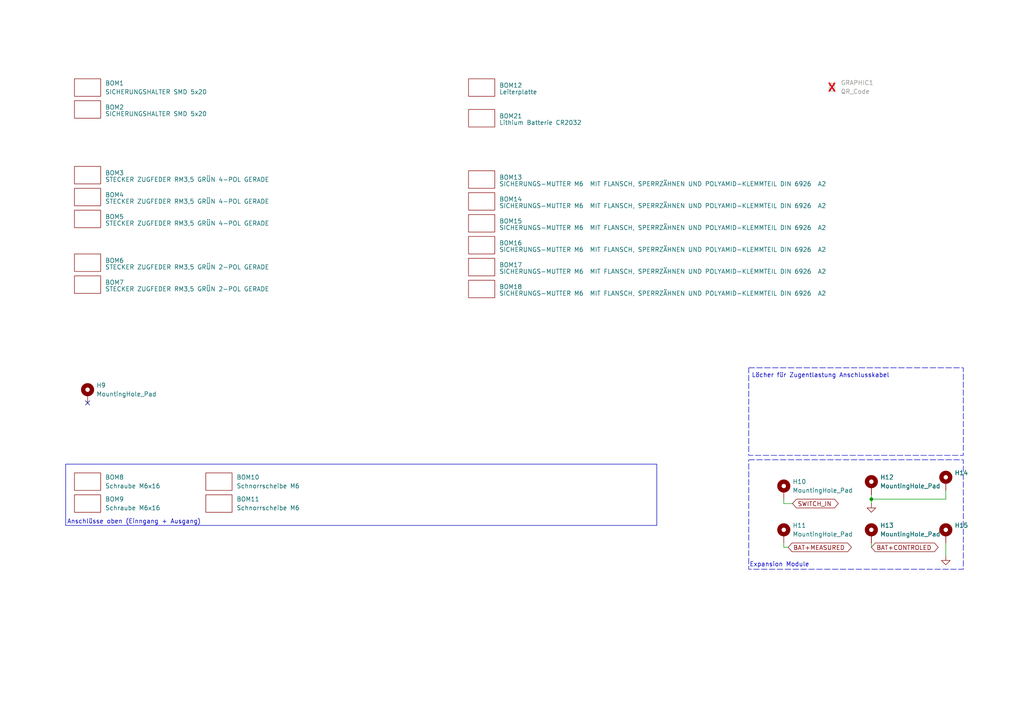
<source format=kicad_sch>
(kicad_sch
	(version 20250114)
	(generator "eeschema")
	(generator_version "9.0")
	(uuid "d2a2d163-13e4-4f1d-aa3d-79667ae6d2fb")
	(paper "A4")
	(lib_symbols
		(symbol "Mechanical:MountingHole_Pad"
			(pin_numbers
				(hide yes)
			)
			(pin_names
				(offset 1.016)
				(hide yes)
			)
			(exclude_from_sim yes)
			(in_bom no)
			(on_board yes)
			(property "Reference" "H"
				(at 0 6.35 0)
				(effects
					(font
						(size 1.27 1.27)
					)
				)
			)
			(property "Value" "MountingHole_Pad"
				(at 0 4.445 0)
				(effects
					(font
						(size 1.27 1.27)
					)
				)
			)
			(property "Footprint" ""
				(at 0 0 0)
				(effects
					(font
						(size 1.27 1.27)
					)
					(hide yes)
				)
			)
			(property "Datasheet" "~"
				(at 0 0 0)
				(effects
					(font
						(size 1.27 1.27)
					)
					(hide yes)
				)
			)
			(property "Description" "Mounting Hole with connection"
				(at 0 0 0)
				(effects
					(font
						(size 1.27 1.27)
					)
					(hide yes)
				)
			)
			(property "ki_keywords" "mounting hole"
				(at 0 0 0)
				(effects
					(font
						(size 1.27 1.27)
					)
					(hide yes)
				)
			)
			(property "ki_fp_filters" "MountingHole*Pad*"
				(at 0 0 0)
				(effects
					(font
						(size 1.27 1.27)
					)
					(hide yes)
				)
			)
			(symbol "MountingHole_Pad_0_1"
				(circle
					(center 0 1.27)
					(radius 1.27)
					(stroke
						(width 1.27)
						(type default)
					)
					(fill
						(type none)
					)
				)
			)
			(symbol "MountingHole_Pad_1_1"
				(pin input line
					(at 0 -2.54 90)
					(length 2.54)
					(name "1"
						(effects
							(font
								(size 1.27 1.27)
							)
						)
					)
					(number "1"
						(effects
							(font
								(size 1.27 1.27)
							)
						)
					)
				)
			)
			(embedded_fonts no)
		)
		(symbol "myBOM_Part:BOM-Part"
			(pin_numbers
				(hide yes)
			)
			(pin_names
				(offset 0)
				(hide yes)
			)
			(exclude_from_sim no)
			(in_bom yes)
			(on_board no)
			(property "Reference" "BOM"
				(at 0 0 0)
				(effects
					(font
						(size 1.27 1.27)
					)
				)
			)
			(property "Value" ""
				(at 0 0 0)
				(effects
					(font
						(size 1.27 1.27)
					)
				)
			)
			(property "Footprint" "myDummy:BOM-Dummy"
				(at 0 0 0)
				(effects
					(font
						(size 1.27 1.27)
					)
					(hide yes)
				)
			)
			(property "Datasheet" ""
				(at 0 0 0)
				(effects
					(font
						(size 1.27 1.27)
					)
					(hide yes)
				)
			)
			(property "Description" ""
				(at 0 0 0)
				(effects
					(font
						(size 1.27 1.27)
					)
					(hide yes)
				)
			)
			(symbol "BOM-Part_0_1"
				(rectangle
					(start -3.81 2.54)
					(end 3.81 -2.54)
					(stroke
						(width 0)
						(type default)
					)
					(fill
						(type none)
					)
				)
			)
			(embedded_fonts no)
		)
		(symbol "myUserSymbol:qrcode"
			(exclude_from_sim no)
			(in_bom yes)
			(on_board yes)
			(property "Reference" "GRAPHIC"
				(at 5.08 1.016 0)
				(effects
					(font
						(size 1.27 1.27)
					)
				)
			)
			(property "Value" "QR_Code"
				(at 5.08 -0.762 0)
				(effects
					(font
						(size 1.27 1.27)
					)
				)
			)
			(property "Footprint" "myQR:qr_PowerPro"
				(at 0 0 0)
				(effects
					(font
						(size 1.27 1.27)
					)
					(hide yes)
				)
			)
			(property "Datasheet" ""
				(at 0 0 0)
				(effects
					(font
						(size 1.27 1.27)
					)
					(hide yes)
				)
			)
			(property "Description" ""
				(at 0 0 0)
				(effects
					(font
						(size 1.27 1.27)
					)
					(hide yes)
				)
			)
			(symbol "qrcode_0_1"
				(rectangle
					(start -0.762 1.27)
					(end 0.762 -1.016)
					(stroke
						(width 0)
						(type default)
					)
					(fill
						(type none)
					)
				)
			)
			(embedded_fonts no)
		)
		(symbol "power:GND"
			(power)
			(pin_numbers
				(hide yes)
			)
			(pin_names
				(offset 0)
				(hide yes)
			)
			(exclude_from_sim no)
			(in_bom yes)
			(on_board yes)
			(property "Reference" "#PWR"
				(at 0 -6.35 0)
				(effects
					(font
						(size 1.27 1.27)
					)
					(hide yes)
				)
			)
			(property "Value" "GND"
				(at 0 -3.81 0)
				(effects
					(font
						(size 1.27 1.27)
					)
				)
			)
			(property "Footprint" ""
				(at 0 0 0)
				(effects
					(font
						(size 1.27 1.27)
					)
					(hide yes)
				)
			)
			(property "Datasheet" ""
				(at 0 0 0)
				(effects
					(font
						(size 1.27 1.27)
					)
					(hide yes)
				)
			)
			(property "Description" "Power symbol creates a global label with name \"GND\" , ground"
				(at 0 0 0)
				(effects
					(font
						(size 1.27 1.27)
					)
					(hide yes)
				)
			)
			(property "ki_keywords" "global power"
				(at 0 0 0)
				(effects
					(font
						(size 1.27 1.27)
					)
					(hide yes)
				)
			)
			(symbol "GND_0_1"
				(polyline
					(pts
						(xy 0 0) (xy 0 -1.27) (xy 1.27 -1.27) (xy 0 -2.54) (xy -1.27 -1.27) (xy 0 -1.27)
					)
					(stroke
						(width 0)
						(type default)
					)
					(fill
						(type none)
					)
				)
			)
			(symbol "GND_1_1"
				(pin power_in line
					(at 0 0 270)
					(length 0)
					(name "~"
						(effects
							(font
								(size 1.27 1.27)
							)
						)
					)
					(number "1"
						(effects
							(font
								(size 1.27 1.27)
							)
						)
					)
				)
			)
			(embedded_fonts no)
		)
	)
	(rectangle
		(start 217.17 133.35)
		(end 279.4 165.1)
		(stroke
			(width 0)
			(type dash)
		)
		(fill
			(type none)
		)
		(uuid 19cbcd4b-2900-44c0-b5eb-e1c8e5fad9b3)
	)
	(rectangle
		(start 19.05 134.62)
		(end 190.5 152.4)
		(stroke
			(width 0)
			(type default)
		)
		(fill
			(type none)
		)
		(uuid 4fc705eb-151b-4c39-b69d-6b073ef0a0af)
	)
	(rectangle
		(start 217.17 106.68)
		(end 279.4 132.08)
		(stroke
			(width 0)
			(type dash)
		)
		(fill
			(type none)
		)
		(uuid 61e250e7-9619-4225-9a96-0ed381a046d7)
	)
	(text "Löcher für Zugentlastung Anschlusskabel"
		(exclude_from_sim no)
		(at 237.998 108.966 0)
		(effects
			(font
				(size 1.27 1.27)
			)
		)
		(uuid "2ae2e78b-53c9-4db3-9d96-5f71fe2ffdd1")
	)
	(text "Expansion Module"
		(exclude_from_sim no)
		(at 226.06 163.83 0)
		(effects
			(font
				(size 1.27 1.27)
			)
		)
		(uuid "6c3b5cdf-4a79-400d-9705-a79c499b5e39")
	)
	(text "Anschlüsse oben (Einngang + Ausgang)"
		(exclude_from_sim no)
		(at 38.862 151.384 0)
		(effects
			(font
				(size 1.27 1.27)
			)
		)
		(uuid "737c89cb-0591-48cb-82c1-b1c9f3ef509b")
	)
	(junction
		(at 252.73 144.78)
		(diameter 0)
		(color 0 0 0 0)
		(uuid "454f0d34-a07e-44b4-8ebc-43cd33c915a1")
	)
	(no_connect
		(at 25.4 116.84)
		(uuid "9245115c-bb1d-4108-a8e3-fbdc234b3f22")
	)
	(wire
		(pts
			(xy 252.73 144.78) (xy 274.32 144.78)
		)
		(stroke
			(width 0)
			(type default)
		)
		(uuid "0078d49e-983c-40c6-b453-eb7277c27513")
	)
	(wire
		(pts
			(xy 252.73 143.51) (xy 252.73 144.78)
		)
		(stroke
			(width 0)
			(type default)
		)
		(uuid "47a48d7d-451b-42ba-a88c-f222fc5bde47")
	)
	(wire
		(pts
			(xy 227.33 158.75) (xy 228.6 158.75)
		)
		(stroke
			(width 0)
			(type default)
		)
		(uuid "4e11d572-97cc-40d8-9dc7-fce15f1c12b0")
	)
	(wire
		(pts
			(xy 274.32 142.24) (xy 274.32 144.78)
		)
		(stroke
			(width 0)
			(type default)
		)
		(uuid "a2a167c2-f9a6-4a80-aa94-493153756674")
	)
	(wire
		(pts
			(xy 252.73 157.48) (xy 252.73 158.75)
		)
		(stroke
			(width 0)
			(type default)
		)
		(uuid "a6e0210b-d913-4b8a-a84c-a3401678e8c3")
	)
	(wire
		(pts
			(xy 227.33 144.78) (xy 227.33 146.05)
		)
		(stroke
			(width 0)
			(type default)
		)
		(uuid "abc2eff4-7019-4ad1-bc0b-dd302e56a76a")
	)
	(wire
		(pts
			(xy 252.73 144.78) (xy 252.73 146.05)
		)
		(stroke
			(width 0)
			(type default)
		)
		(uuid "c7932869-de71-445a-ba61-b190c9886530")
	)
	(wire
		(pts
			(xy 274.32 157.48) (xy 274.32 161.29)
		)
		(stroke
			(width 0)
			(type default)
		)
		(uuid "e536a4b8-e32d-428d-be0f-a83094752d99")
	)
	(wire
		(pts
			(xy 227.33 157.48) (xy 227.33 158.75)
		)
		(stroke
			(width 0)
			(type default)
		)
		(uuid "f56a4b86-d637-4188-b45e-4104e61cf7a1")
	)
	(wire
		(pts
			(xy 227.33 146.05) (xy 229.87 146.05)
		)
		(stroke
			(width 0)
			(type default)
		)
		(uuid "f592cb13-c7a3-425a-b4b8-bf22fa8fb3e7")
	)
	(global_label "SWITCH_IN"
		(shape bidirectional)
		(at 229.87 146.05 0)
		(fields_autoplaced yes)
		(effects
			(font
				(size 1.27 1.27)
			)
			(justify left)
		)
		(uuid "3d6b7ba3-d73a-4b59-bffa-e6c1a2376993")
		(property "Intersheetrefs" "${INTERSHEET_REFS}"
			(at 243.7032 146.05 0)
			(effects
				(font
					(size 1.27 1.27)
				)
				(justify left)
				(hide yes)
			)
		)
	)
	(global_label "BAT+CONTROLED"
		(shape bidirectional)
		(at 252.73 158.75 0)
		(fields_autoplaced yes)
		(effects
			(font
				(size 1.27 1.27)
			)
			(justify left)
		)
		(uuid "5cf974c7-9651-4fbf-9a3e-827d0d665053")
		(property "Intersheetrefs" "${INTERSHEET_REFS}"
			(at 272.6713 158.75 0)
			(effects
				(font
					(size 1.27 1.27)
				)
				(justify left)
				(hide yes)
			)
		)
	)
	(global_label "BAT+MEASURED"
		(shape bidirectional)
		(at 228.6 158.75 0)
		(fields_autoplaced yes)
		(effects
			(font
				(size 1.27 1.27)
			)
			(justify left)
		)
		(uuid "e94b6d2d-eb85-48c6-9f55-c351cd225aaa")
		(property "Intersheetrefs" "${INTERSHEET_REFS}"
			(at 247.5131 158.75 0)
			(effects
				(font
					(size 1.27 1.27)
				)
				(justify left)
				(hide yes)
			)
		)
	)
	(symbol
		(lib_id "myBOM_Part:BOM-Part")
		(at 139.7 83.82 0)
		(unit 1)
		(exclude_from_sim no)
		(in_bom yes)
		(on_board yes)
		(dnp no)
		(fields_autoplaced yes)
		(uuid "07c0d608-d512-420d-87f3-1f9d7547a3f1")
		(property "Reference" "BOM18"
			(at 144.78 83.1849 0)
			(effects
				(font
					(size 1.27 1.27)
				)
				(justify left)
			)
		)
		(property "Value" "SICHERUNGS-MUTTER M6  MIT FLANSCH, SPERRZÄHNEN UND POLYAMID-KLEMMTEIL DIN 6926  A2"
			(at 144.78 85.09 0)
			(effects
				(font
					(size 1.27 1.27)
				)
				(justify left)
			)
		)
		(property "Footprint" "myBOM:BOM_PART_2x2mm"
			(at 139.7 83.82 0)
			(effects
				(font
					(size 1.27 1.27)
				)
				(hide yes)
			)
		)
		(property "Datasheet" ""
			(at 139.7 83.82 0)
			(effects
				(font
					(size 1.27 1.27)
				)
				(hide yes)
			)
		)
		(property "Description" "SICHERUNGS-MUTTER M6  MIT FLANSCH, SPERRZÄHNEN UND POLYAMID-KLEMMTEIL DIN 6926  A2"
			(at 139.7 83.82 0)
			(effects
				(font
					(size 1.27 1.27)
				)
				(hide yes)
			)
		)
		(property "ECS Art#" "M601"
			(at 139.7 83.82 0)
			(effects
				(font
					(size 1.27 1.27)
				)
				(hide yes)
			)
		)
		(property "HAN" "UNBEKANNT/VERSCHIEDEN"
			(at 139.7 83.82 0)
			(effects
				(font
					(size 1.27 1.27)
				)
				(hide yes)
			)
		)
		(property "Voltage" ""
			(at 139.7 83.82 0)
			(effects
				(font
					(size 1.27 1.27)
				)
				(hide yes)
			)
		)
		(property "Toleranz" ""
			(at 139.7 83.82 0)
			(effects
				(font
					(size 1.27 1.27)
				)
				(hide yes)
			)
		)
		(property "Hersteller" "UNBEKANNT/VERSCHIEDEN"
			(at 139.7 83.82 0)
			(effects
				(font
					(size 1.27 1.27)
				)
				(hide yes)
			)
		)
		(instances
			(project "smartPro"
				(path "/bf1f8167-8e29-49cc-a467-dd9cc2c77246/4875905e-d35e-4049-a6aa-c7869d81fd32"
					(reference "BOM18")
					(unit 1)
				)
			)
		)
	)
	(symbol
		(lib_id "Mechanical:MountingHole_Pad")
		(at 252.73 154.94 0)
		(unit 1)
		(exclude_from_sim yes)
		(in_bom no)
		(on_board yes)
		(dnp no)
		(fields_autoplaced yes)
		(uuid "2502056f-8c4a-4ddd-993b-3ef96ce9a768")
		(property "Reference" "H13"
			(at 255.27 152.3999 0)
			(effects
				(font
					(size 1.27 1.27)
				)
				(justify left)
			)
		)
		(property "Value" "MountingHole_Pad"
			(at 255.27 154.9399 0)
			(effects
				(font
					(size 1.27 1.27)
				)
				(justify left)
			)
		)
		(property "Footprint" "MountingHole:MountingHole_3.2mm_M3_DIN965_Pad"
			(at 252.73 154.94 0)
			(effects
				(font
					(size 1.27 1.27)
				)
				(hide yes)
			)
		)
		(property "Datasheet" "~"
			(at 252.73 154.94 0)
			(effects
				(font
					(size 1.27 1.27)
				)
				(hide yes)
			)
		)
		(property "Description" "Mounting Hole with connection"
			(at 252.73 154.94 0)
			(effects
				(font
					(size 1.27 1.27)
				)
				(hide yes)
			)
		)
		(pin "1"
			(uuid "9d30b5b2-c1c1-4513-9a90-ed04021f002d")
		)
		(instances
			(project "smartPro"
				(path "/bf1f8167-8e29-49cc-a467-dd9cc2c77246/4875905e-d35e-4049-a6aa-c7869d81fd32"
					(reference "H13")
					(unit 1)
				)
			)
		)
	)
	(symbol
		(lib_id "myBOM_Part:BOM-Part")
		(at 63.5 139.7 0)
		(unit 1)
		(exclude_from_sim no)
		(in_bom yes)
		(on_board yes)
		(dnp no)
		(fields_autoplaced yes)
		(uuid "32477daf-5902-4d7c-bccf-cfd7a440cadd")
		(property "Reference" "BOM10"
			(at 68.58 138.4299 0)
			(effects
				(font
					(size 1.27 1.27)
				)
				(justify left)
			)
		)
		(property "Value" "Schnorrscheibe M6"
			(at 68.58 140.9699 0)
			(effects
				(font
					(size 1.27 1.27)
				)
				(justify left)
			)
		)
		(property "Footprint" "myBOM:BOM_PART_2x2mm"
			(at 63.5 139.7 0)
			(effects
				(font
					(size 1.27 1.27)
				)
				(hide yes)
			)
		)
		(property "Datasheet" ""
			(at 63.5 139.7 0)
			(effects
				(font
					(size 1.27 1.27)
				)
				(hide yes)
			)
		)
		(property "Description" "SCHNORR SICHERUNGSSCHEIBEN FORM S (Standard) S6 A2"
			(at 63.5 139.7 0)
			(effects
				(font
					(size 1.27 1.27)
				)
				(hide yes)
			)
		)
		(property "HAN" "417 900"
			(at 63.5 139.7 0)
			(effects
				(font
					(size 1.27 1.27)
				)
				(hide yes)
			)
		)
		(property "ECS Art#" "M414"
			(at 63.5 139.7 0)
			(effects
				(font
					(size 1.27 1.27)
				)
				(hide yes)
			)
		)
		(property "Hersteller" "Schnorr"
			(at 63.5 139.7 0)
			(effects
				(font
					(size 1.27 1.27)
				)
				(hide yes)
			)
		)
		(property "Voltage" ""
			(at 63.5 139.7 0)
			(effects
				(font
					(size 1.27 1.27)
				)
				(hide yes)
			)
		)
		(property "Toleranz" ""
			(at 63.5 139.7 0)
			(effects
				(font
					(size 1.27 1.27)
				)
				(hide yes)
			)
		)
		(instances
			(project "smartPro"
				(path "/bf1f8167-8e29-49cc-a467-dd9cc2c77246/4875905e-d35e-4049-a6aa-c7869d81fd32"
					(reference "BOM10")
					(unit 1)
				)
			)
		)
	)
	(symbol
		(lib_id "myBOM_Part:BOM-Part")
		(at 139.7 64.77 0)
		(unit 1)
		(exclude_from_sim no)
		(in_bom yes)
		(on_board yes)
		(dnp no)
		(fields_autoplaced yes)
		(uuid "34200ca7-24e4-4c21-baf7-9aa64778258b")
		(property "Reference" "BOM15"
			(at 144.78 64.1349 0)
			(effects
				(font
					(size 1.27 1.27)
				)
				(justify left)
			)
		)
		(property "Value" "SICHERUNGS-MUTTER M6  MIT FLANSCH, SPERRZÄHNEN UND POLYAMID-KLEMMTEIL DIN 6926  A2"
			(at 144.78 66.04 0)
			(effects
				(font
					(size 1.27 1.27)
				)
				(justify left)
			)
		)
		(property "Footprint" "myBOM:BOM_PART_2x2mm"
			(at 139.7 64.77 0)
			(effects
				(font
					(size 1.27 1.27)
				)
				(hide yes)
			)
		)
		(property "Datasheet" ""
			(at 139.7 64.77 0)
			(effects
				(font
					(size 1.27 1.27)
				)
				(hide yes)
			)
		)
		(property "Description" "SICHERUNGS-MUTTER M6  MIT FLANSCH, SPERRZÄHNEN UND POLYAMID-KLEMMTEIL DIN 6926  A2"
			(at 139.7 64.77 0)
			(effects
				(font
					(size 1.27 1.27)
				)
				(hide yes)
			)
		)
		(property "ECS Art#" "M601"
			(at 139.7 64.77 0)
			(effects
				(font
					(size 1.27 1.27)
				)
				(hide yes)
			)
		)
		(property "HAN" "UNBEKANNT/VERSCHIEDEN"
			(at 139.7 64.77 0)
			(effects
				(font
					(size 1.27 1.27)
				)
				(hide yes)
			)
		)
		(property "Voltage" ""
			(at 139.7 64.77 0)
			(effects
				(font
					(size 1.27 1.27)
				)
				(hide yes)
			)
		)
		(property "Toleranz" ""
			(at 139.7 64.77 0)
			(effects
				(font
					(size 1.27 1.27)
				)
				(hide yes)
			)
		)
		(property "Hersteller" "UNBEKANNT/VERSCHIEDEN"
			(at 139.7 64.77 0)
			(effects
				(font
					(size 1.27 1.27)
				)
				(hide yes)
			)
		)
		(instances
			(project "smartPro"
				(path "/bf1f8167-8e29-49cc-a467-dd9cc2c77246/4875905e-d35e-4049-a6aa-c7869d81fd32"
					(reference "BOM15")
					(unit 1)
				)
			)
		)
	)
	(symbol
		(lib_id "myBOM_Part:BOM-Part")
		(at 25.4 50.8 0)
		(unit 1)
		(exclude_from_sim no)
		(in_bom yes)
		(on_board yes)
		(dnp no)
		(fields_autoplaced yes)
		(uuid "3b1edae6-9a49-468b-9575-917881cfa914")
		(property "Reference" "BOM3"
			(at 30.48 50.1649 0)
			(effects
				(font
					(size 1.27 1.27)
				)
				(justify left)
			)
		)
		(property "Value" "STECKER ZUGFEDER RM3,5 GRÜN 4-POL GERADE"
			(at 30.48 52.07 0)
			(effects
				(font
					(size 1.27 1.27)
				)
				(justify left)
			)
		)
		(property "Footprint" "myBOM:BOM_PART_2x2mm"
			(at 25.4 50.8 0)
			(effects
				(font
					(size 1.27 1.27)
				)
				(hide yes)
			)
		)
		(property "Datasheet" "https://www.lcsc.com/datasheet/lcsc_datasheet_2111222030_Cixi-Kefa-Elec-KF2EDGKN-3-5-4P_C2923001.pdf"
			(at 25.4 50.8 0)
			(effects
				(font
					(size 1.27 1.27)
				)
				(hide yes)
			)
		)
		(property "Description" "STECKER ZUGFEDER RM3,5 GRÜN 4-POL GERADE"
			(at 25.4 50.8 0)
			(effects
				(font
					(size 1.27 1.27)
				)
				(hide yes)
			)
		)
		(property "ECS Art#" "CON592"
			(at 25.4 50.8 0)
			(effects
				(font
					(size 1.27 1.27)
				)
				(hide yes)
			)
		)
		(property "HAN" "KF2EDGKN-3.5-4P"
			(at 25.4 50.8 0)
			(effects
				(font
					(size 1.27 1.27)
				)
				(hide yes)
			)
		)
		(property "Voltage" ""
			(at 25.4 50.8 0)
			(effects
				(font
					(size 1.27 1.27)
				)
				(hide yes)
			)
		)
		(property "Toleranz" ""
			(at 25.4 50.8 0)
			(effects
				(font
					(size 1.27 1.27)
				)
				(hide yes)
			)
		)
		(property "Hersteller" "Cici"
			(at 25.4 50.8 0)
			(effects
				(font
					(size 1.27 1.27)
				)
				(hide yes)
			)
		)
		(instances
			(project "greenSmartSwitch"
				(path "/bf1f8167-8e29-49cc-a467-dd9cc2c77246/4875905e-d35e-4049-a6aa-c7869d81fd32"
					(reference "BOM3")
					(unit 1)
				)
			)
		)
	)
	(symbol
		(lib_id "myUserSymbol:qrcode")
		(at 241.3 25.4 0)
		(unit 1)
		(exclude_from_sim no)
		(in_bom no)
		(on_board yes)
		(dnp yes)
		(fields_autoplaced yes)
		(uuid "3bd154cd-1a86-44b1-84d1-fd9215abcf7a")
		(property "Reference" "GRAPHIC1"
			(at 243.84 24.0029 0)
			(effects
				(font
					(size 1.27 1.27)
				)
				(justify left)
			)
		)
		(property "Value" "QR_Code"
			(at 243.84 26.5429 0)
			(effects
				(font
					(size 1.27 1.27)
				)
				(justify left)
			)
		)
		(property "Footprint" "myQR:qr_SmartPro"
			(at 241.3 25.4 0)
			(effects
				(font
					(size 1.27 1.27)
				)
				(hide yes)
			)
		)
		(property "Datasheet" ""
			(at 241.3 25.4 0)
			(effects
				(font
					(size 1.27 1.27)
				)
				(hide yes)
			)
		)
		(property "Description" "QR CODE"
			(at 241.3 25.4 0)
			(effects
				(font
					(size 1.27 1.27)
				)
				(hide yes)
			)
		)
		(property "ECS Art#" ""
			(at 241.3 25.4 0)
			(effects
				(font
					(size 1.27 1.27)
				)
				(hide yes)
			)
		)
		(property "HAN" ""
			(at 241.3 25.4 0)
			(effects
				(font
					(size 1.27 1.27)
				)
				(hide yes)
			)
		)
		(property "Voltage" ""
			(at 241.3 25.4 0)
			(effects
				(font
					(size 1.27 1.27)
				)
				(hide yes)
			)
		)
		(property "Toleranz" ""
			(at 241.3 25.4 0)
			(effects
				(font
					(size 1.27 1.27)
				)
				(hide yes)
			)
		)
		(property "Hersteller" ""
			(at 241.3 25.4 0)
			(effects
				(font
					(size 1.27 1.27)
				)
				(hide yes)
			)
		)
		(instances
			(project "smartPro"
				(path "/bf1f8167-8e29-49cc-a467-dd9cc2c77246/4875905e-d35e-4049-a6aa-c7869d81fd32"
					(reference "GRAPHIC1")
					(unit 1)
				)
			)
		)
	)
	(symbol
		(lib_id "myBOM_Part:BOM-Part")
		(at 63.5 146.05 0)
		(unit 1)
		(exclude_from_sim no)
		(in_bom yes)
		(on_board yes)
		(dnp no)
		(fields_autoplaced yes)
		(uuid "42794795-c5ab-4dbf-b5e7-f92d0b23f75f")
		(property "Reference" "BOM11"
			(at 68.58 144.7799 0)
			(effects
				(font
					(size 1.27 1.27)
				)
				(justify left)
			)
		)
		(property "Value" "Schnorrscheibe M6"
			(at 68.58 147.3199 0)
			(effects
				(font
					(size 1.27 1.27)
				)
				(justify left)
			)
		)
		(property "Footprint" "myBOM:BOM_PART_2x2mm"
			(at 63.5 146.05 0)
			(effects
				(font
					(size 1.27 1.27)
				)
				(hide yes)
			)
		)
		(property "Datasheet" ""
			(at 63.5 146.05 0)
			(effects
				(font
					(size 1.27 1.27)
				)
				(hide yes)
			)
		)
		(property "Description" "SCHNORR SICHERUNGSSCHEIBEN FORM S (Standard) S6 A2"
			(at 63.5 146.05 0)
			(effects
				(font
					(size 1.27 1.27)
				)
				(hide yes)
			)
		)
		(property "HAN" "417 900"
			(at 63.5 146.05 0)
			(effects
				(font
					(size 1.27 1.27)
				)
				(hide yes)
			)
		)
		(property "ECS Art#" "M414"
			(at 63.5 146.05 0)
			(effects
				(font
					(size 1.27 1.27)
				)
				(hide yes)
			)
		)
		(property "Hersteller" "Schnorr"
			(at 63.5 146.05 0)
			(effects
				(font
					(size 1.27 1.27)
				)
				(hide yes)
			)
		)
		(property "Voltage" ""
			(at 63.5 146.05 0)
			(effects
				(font
					(size 1.27 1.27)
				)
				(hide yes)
			)
		)
		(property "Toleranz" ""
			(at 63.5 146.05 0)
			(effects
				(font
					(size 1.27 1.27)
				)
				(hide yes)
			)
		)
		(instances
			(project "smartPro"
				(path "/bf1f8167-8e29-49cc-a467-dd9cc2c77246/4875905e-d35e-4049-a6aa-c7869d81fd32"
					(reference "BOM11")
					(unit 1)
				)
			)
		)
	)
	(symbol
		(lib_id "myBOM_Part:BOM-Part")
		(at 139.7 71.12 0)
		(unit 1)
		(exclude_from_sim no)
		(in_bom yes)
		(on_board yes)
		(dnp no)
		(fields_autoplaced yes)
		(uuid "46da6a53-8e8f-4423-93b1-b65682c7fd58")
		(property "Reference" "BOM16"
			(at 144.78 70.4849 0)
			(effects
				(font
					(size 1.27 1.27)
				)
				(justify left)
			)
		)
		(property "Value" "SICHERUNGS-MUTTER M6  MIT FLANSCH, SPERRZÄHNEN UND POLYAMID-KLEMMTEIL DIN 6926  A2"
			(at 144.78 72.39 0)
			(effects
				(font
					(size 1.27 1.27)
				)
				(justify left)
			)
		)
		(property "Footprint" "myBOM:BOM_PART_2x2mm"
			(at 139.7 71.12 0)
			(effects
				(font
					(size 1.27 1.27)
				)
				(hide yes)
			)
		)
		(property "Datasheet" ""
			(at 139.7 71.12 0)
			(effects
				(font
					(size 1.27 1.27)
				)
				(hide yes)
			)
		)
		(property "Description" "SICHERUNGS-MUTTER M6  MIT FLANSCH, SPERRZÄHNEN UND POLYAMID-KLEMMTEIL DIN 6926  A2"
			(at 139.7 71.12 0)
			(effects
				(font
					(size 1.27 1.27)
				)
				(hide yes)
			)
		)
		(property "ECS Art#" "M601"
			(at 139.7 71.12 0)
			(effects
				(font
					(size 1.27 1.27)
				)
				(hide yes)
			)
		)
		(property "HAN" "UNBEKANNT/VERSCHIEDEN"
			(at 139.7 71.12 0)
			(effects
				(font
					(size 1.27 1.27)
				)
				(hide yes)
			)
		)
		(property "Voltage" ""
			(at 139.7 71.12 0)
			(effects
				(font
					(size 1.27 1.27)
				)
				(hide yes)
			)
		)
		(property "Toleranz" ""
			(at 139.7 71.12 0)
			(effects
				(font
					(size 1.27 1.27)
				)
				(hide yes)
			)
		)
		(property "Hersteller" "UNBEKANNT/VERSCHIEDEN"
			(at 139.7 71.12 0)
			(effects
				(font
					(size 1.27 1.27)
				)
				(hide yes)
			)
		)
		(instances
			(project "smartPro"
				(path "/bf1f8167-8e29-49cc-a467-dd9cc2c77246/4875905e-d35e-4049-a6aa-c7869d81fd32"
					(reference "BOM16")
					(unit 1)
				)
			)
		)
	)
	(symbol
		(lib_id "myBOM_Part:BOM-Part")
		(at 25.4 139.7 0)
		(unit 1)
		(exclude_from_sim no)
		(in_bom yes)
		(on_board yes)
		(dnp no)
		(fields_autoplaced yes)
		(uuid "47456b90-a0d1-4f7b-b80f-8d04aaa02532")
		(property "Reference" "BOM8"
			(at 30.48 138.4299 0)
			(effects
				(font
					(size 1.27 1.27)
				)
				(justify left)
			)
		)
		(property "Value" "Schraube M6x16"
			(at 30.48 140.9699 0)
			(effects
				(font
					(size 1.27 1.27)
				)
				(justify left)
			)
		)
		(property "Footprint" "myBOM:BOM_PART_2x2mm"
			(at 25.4 139.7 0)
			(effects
				(font
					(size 1.27 1.27)
				)
				(hide yes)
			)
		)
		(property "Datasheet" ""
			(at 25.4 139.7 0)
			(effects
				(font
					(size 1.27 1.27)
				)
				(hide yes)
			)
		)
		(property "Description" "Sechskantschraube / M6 x 16 / A2 / DIN 933"
			(at 25.4 139.7 0)
			(effects
				(font
					(size 1.27 1.27)
				)
				(hide yes)
			)
		)
		(property "HAN" "UNBEKANNT/VERSCHIEDEN"
			(at 25.4 139.7 0)
			(effects
				(font
					(size 1.27 1.27)
				)
				(hide yes)
			)
		)
		(property "ECS Art#" "M430"
			(at 25.4 139.7 0)
			(effects
				(font
					(size 1.27 1.27)
				)
				(hide yes)
			)
		)
		(property "Hersteller" "UNBEKANNT/VERSCHIEDEN"
			(at 25.4 139.7 0)
			(effects
				(font
					(size 1.27 1.27)
				)
				(hide yes)
			)
		)
		(property "Voltage" ""
			(at 25.4 139.7 0)
			(effects
				(font
					(size 1.27 1.27)
				)
				(hide yes)
			)
		)
		(property "Toleranz" ""
			(at 25.4 139.7 0)
			(effects
				(font
					(size 1.27 1.27)
				)
				(hide yes)
			)
		)
		(instances
			(project "smartPro"
				(path "/bf1f8167-8e29-49cc-a467-dd9cc2c77246/4875905e-d35e-4049-a6aa-c7869d81fd32"
					(reference "BOM8")
					(unit 1)
				)
			)
		)
	)
	(symbol
		(lib_id "myBOM_Part:BOM-Part")
		(at 139.7 25.4 0)
		(unit 1)
		(exclude_from_sim no)
		(in_bom yes)
		(on_board yes)
		(dnp no)
		(fields_autoplaced yes)
		(uuid "4b9b21af-a34a-4336-aa7c-8aa0c8a915e5")
		(property "Reference" "BOM12"
			(at 144.78 24.7649 0)
			(effects
				(font
					(size 1.27 1.27)
				)
				(justify left)
			)
		)
		(property "Value" "Leiterplatte"
			(at 144.78 26.67 0)
			(effects
				(font
					(size 1.27 1.27)
				)
				(justify left)
			)
		)
		(property "Footprint" "myBOM:BOM_PART_2x2mm"
			(at 139.7 25.4 0)
			(effects
				(font
					(size 1.27 1.27)
				)
				(hide yes)
			)
		)
		(property "Datasheet" ""
			(at 139.7 25.4 0)
			(effects
				(font
					(size 1.27 1.27)
				)
				(hide yes)
			)
		)
		(property "Description" "ECS_SMART_PRO_115_LP"
			(at 139.7 25.4 0)
			(effects
				(font
					(size 1.27 1.27)
				)
				(hide yes)
			)
		)
		(property "ECS Art#" "PT099"
			(at 139.7 25.4 0)
			(effects
				(font
					(size 1.27 1.27)
				)
				(hide yes)
			)
		)
		(property "HAN" "ECS_SMART_PRO_115_LP"
			(at 139.7 25.4 0)
			(effects
				(font
					(size 1.27 1.27)
				)
				(hide yes)
			)
		)
		(property "Voltage" ""
			(at 139.7 25.4 0)
			(effects
				(font
					(size 1.27 1.27)
				)
				(hide yes)
			)
		)
		(property "Toleranz" ""
			(at 139.7 25.4 0)
			(effects
				(font
					(size 1.27 1.27)
				)
				(hide yes)
			)
		)
		(property "Hersteller" "JLC"
			(at 139.7 25.4 0)
			(effects
				(font
					(size 1.27 1.27)
				)
				(hide yes)
			)
		)
		(instances
			(project "greenSmartSwitch"
				(path "/bf1f8167-8e29-49cc-a467-dd9cc2c77246/4875905e-d35e-4049-a6aa-c7869d81fd32"
					(reference "BOM12")
					(unit 1)
				)
			)
		)
	)
	(symbol
		(lib_id "Mechanical:MountingHole_Pad")
		(at 252.73 140.97 0)
		(unit 1)
		(exclude_from_sim yes)
		(in_bom no)
		(on_board yes)
		(dnp no)
		(fields_autoplaced yes)
		(uuid "4d12b034-eced-4073-8b7c-a391c81b7a7f")
		(property "Reference" "H12"
			(at 255.27 138.4299 0)
			(effects
				(font
					(size 1.27 1.27)
				)
				(justify left)
			)
		)
		(property "Value" "MountingHole_Pad"
			(at 255.27 140.9699 0)
			(effects
				(font
					(size 1.27 1.27)
				)
				(justify left)
			)
		)
		(property "Footprint" "MountingHole:MountingHole_3.2mm_M3_DIN965_Pad"
			(at 252.73 140.97 0)
			(effects
				(font
					(size 1.27 1.27)
				)
				(hide yes)
			)
		)
		(property "Datasheet" "~"
			(at 252.73 140.97 0)
			(effects
				(font
					(size 1.27 1.27)
				)
				(hide yes)
			)
		)
		(property "Description" "Mounting Hole with connection"
			(at 252.73 140.97 0)
			(effects
				(font
					(size 1.27 1.27)
				)
				(hide yes)
			)
		)
		(pin "1"
			(uuid "ebfb7f25-d75d-4e88-875f-c7c54790bce9")
		)
		(instances
			(project "smartPro"
				(path "/bf1f8167-8e29-49cc-a467-dd9cc2c77246/4875905e-d35e-4049-a6aa-c7869d81fd32"
					(reference "H12")
					(unit 1)
				)
			)
		)
	)
	(symbol
		(lib_id "myBOM_Part:BOM-Part")
		(at 25.4 82.55 0)
		(unit 1)
		(exclude_from_sim no)
		(in_bom yes)
		(on_board yes)
		(dnp no)
		(fields_autoplaced yes)
		(uuid "58fe3ecf-53dd-4404-8f11-c664fb5dafd3")
		(property "Reference" "BOM7"
			(at 30.48 81.9149 0)
			(effects
				(font
					(size 1.27 1.27)
				)
				(justify left)
			)
		)
		(property "Value" "STECKER ZUGFEDER RM3,5 GRÜN 2-POL GERADE"
			(at 30.48 83.82 0)
			(effects
				(font
					(size 1.27 1.27)
				)
				(justify left)
			)
		)
		(property "Footprint" "myBOM:BOM_PART_2x2mm"
			(at 25.4 82.55 0)
			(effects
				(font
					(size 1.27 1.27)
				)
				(hide yes)
			)
		)
		(property "Datasheet" "https://www.lcsc.com/datasheet/lcsc_datasheet_2111222030_Cixi-Kefa-Elec-KF2EDGKN-3-5-2P_C2922999.pdf"
			(at 25.4 82.55 0)
			(effects
				(font
					(size 1.27 1.27)
				)
				(hide yes)
			)
		)
		(property "Description" "STECKER ZUGFEDER RM3,5 GRÜN 2-POL GERADE"
			(at 25.4 82.55 0)
			(effects
				(font
					(size 1.27 1.27)
				)
				(hide yes)
			)
		)
		(property "ECS Art#" "CON181"
			(at 25.4 82.55 0)
			(effects
				(font
					(size 1.27 1.27)
				)
				(hide yes)
			)
		)
		(property "HAN" "KF2EDGKN-3.5-2P"
			(at 25.4 82.55 0)
			(effects
				(font
					(size 1.27 1.27)
				)
				(hide yes)
			)
		)
		(property "Voltage" ""
			(at 25.4 82.55 0)
			(effects
				(font
					(size 1.27 1.27)
				)
				(hide yes)
			)
		)
		(property "Toleranz" ""
			(at 25.4 82.55 0)
			(effects
				(font
					(size 1.27 1.27)
				)
				(hide yes)
			)
		)
		(property "Hersteller" "Cici"
			(at 25.4 82.55 0)
			(effects
				(font
					(size 1.27 1.27)
				)
				(hide yes)
			)
		)
		(instances
			(project "smartPro"
				(path "/bf1f8167-8e29-49cc-a467-dd9cc2c77246/4875905e-d35e-4049-a6aa-c7869d81fd32"
					(reference "BOM7")
					(unit 1)
				)
			)
		)
	)
	(symbol
		(lib_id "myBOM_Part:BOM-Part")
		(at 139.7 52.07 0)
		(unit 1)
		(exclude_from_sim no)
		(in_bom yes)
		(on_board yes)
		(dnp no)
		(fields_autoplaced yes)
		(uuid "5f9126a2-02d5-448c-ada2-9bc46a111da9")
		(property "Reference" "BOM13"
			(at 144.78 51.4349 0)
			(effects
				(font
					(size 1.27 1.27)
				)
				(justify left)
			)
		)
		(property "Value" "SICHERUNGS-MUTTER M6  MIT FLANSCH, SPERRZÄHNEN UND POLYAMID-KLEMMTEIL DIN 6926  A2"
			(at 144.78 53.34 0)
			(effects
				(font
					(size 1.27 1.27)
				)
				(justify left)
			)
		)
		(property "Footprint" "myBOM:BOM_PART_2x2mm"
			(at 139.7 52.07 0)
			(effects
				(font
					(size 1.27 1.27)
				)
				(hide yes)
			)
		)
		(property "Datasheet" ""
			(at 139.7 52.07 0)
			(effects
				(font
					(size 1.27 1.27)
				)
				(hide yes)
			)
		)
		(property "Description" "SICHERUNGS-MUTTER M6  MIT FLANSCH, SPERRZÄHNEN UND POLYAMID-KLEMMTEIL DIN 6926  A2"
			(at 139.7 52.07 0)
			(effects
				(font
					(size 1.27 1.27)
				)
				(hide yes)
			)
		)
		(property "ECS Art#" "M601"
			(at 139.7 52.07 0)
			(effects
				(font
					(size 1.27 1.27)
				)
				(hide yes)
			)
		)
		(property "HAN" "UNBEKANNT/VERSCHIEDEN"
			(at 139.7 52.07 0)
			(effects
				(font
					(size 1.27 1.27)
				)
				(hide yes)
			)
		)
		(property "Voltage" ""
			(at 139.7 52.07 0)
			(effects
				(font
					(size 1.27 1.27)
				)
				(hide yes)
			)
		)
		(property "Toleranz" ""
			(at 139.7 52.07 0)
			(effects
				(font
					(size 1.27 1.27)
				)
				(hide yes)
			)
		)
		(property "Hersteller" "UNBEKANNT/VERSCHIEDEN"
			(at 139.7 52.07 0)
			(effects
				(font
					(size 1.27 1.27)
				)
				(hide yes)
			)
		)
		(instances
			(project "smartPro"
				(path "/bf1f8167-8e29-49cc-a467-dd9cc2c77246/4875905e-d35e-4049-a6aa-c7869d81fd32"
					(reference "BOM13")
					(unit 1)
				)
			)
		)
	)
	(symbol
		(lib_id "Mechanical:MountingHole_Pad")
		(at 25.4 114.3 0)
		(unit 1)
		(exclude_from_sim yes)
		(in_bom no)
		(on_board yes)
		(dnp no)
		(fields_autoplaced yes)
		(uuid "64eab666-6449-4ddc-b6ea-8ddf6dce9762")
		(property "Reference" "H9"
			(at 27.94 111.7599 0)
			(effects
				(font
					(size 1.27 1.27)
				)
				(justify left)
			)
		)
		(property "Value" "MountingHole_Pad"
			(at 27.94 114.2999 0)
			(effects
				(font
					(size 1.27 1.27)
				)
				(justify left)
			)
		)
		(property "Footprint" "MountingHole:MountingHole_4.3mm_M4_DIN965_Pad"
			(at 25.4 114.3 0)
			(effects
				(font
					(size 1.27 1.27)
				)
				(hide yes)
			)
		)
		(property "Datasheet" "~"
			(at 25.4 114.3 0)
			(effects
				(font
					(size 1.27 1.27)
				)
				(hide yes)
			)
		)
		(property "Description" "Mounting Hole with connection"
			(at 25.4 114.3 0)
			(effects
				(font
					(size 1.27 1.27)
				)
				(hide yes)
			)
		)
		(pin "1"
			(uuid "ac44c1fc-a127-40ef-8928-2623fe9de048")
		)
		(instances
			(project "smartPro"
				(path "/bf1f8167-8e29-49cc-a467-dd9cc2c77246/4875905e-d35e-4049-a6aa-c7869d81fd32"
					(reference "H9")
					(unit 1)
				)
			)
		)
	)
	(symbol
		(lib_id "Mechanical:MountingHole_Pad")
		(at 274.32 139.7 0)
		(unit 1)
		(exclude_from_sim yes)
		(in_bom no)
		(on_board yes)
		(dnp no)
		(fields_autoplaced yes)
		(uuid "72c754af-daa5-43bb-b36c-3f79469c181e")
		(property "Reference" "H14"
			(at 276.86 137.1599 0)
			(effects
				(font
					(size 1.27 1.27)
				)
				(justify left)
			)
		)
		(property "Value" "MountingHole_Pad"
			(at 276.86 139.6999 0)
			(effects
				(font
					(size 1.27 1.27)
				)
				(justify left)
				(hide yes)
			)
		)
		(property "Footprint" "MountingHole:MountingHole_3.2mm_M3_DIN965_Pad"
			(at 274.32 139.7 0)
			(effects
				(font
					(size 1.27 1.27)
				)
				(hide yes)
			)
		)
		(property "Datasheet" "~"
			(at 274.32 139.7 0)
			(effects
				(font
					(size 1.27 1.27)
				)
				(hide yes)
			)
		)
		(property "Description" "Mounting Hole with connection"
			(at 274.32 139.7 0)
			(effects
				(font
					(size 1.27 1.27)
				)
				(hide yes)
			)
		)
		(pin "1"
			(uuid "ce4fc137-9b0f-4326-9b03-36b8e50856c3")
		)
		(instances
			(project "smartPro"
				(path "/bf1f8167-8e29-49cc-a467-dd9cc2c77246/4875905e-d35e-4049-a6aa-c7869d81fd32"
					(reference "H14")
					(unit 1)
				)
			)
		)
	)
	(symbol
		(lib_id "myBOM_Part:BOM-Part")
		(at 25.4 146.05 0)
		(unit 1)
		(exclude_from_sim no)
		(in_bom yes)
		(on_board yes)
		(dnp no)
		(fields_autoplaced yes)
		(uuid "773244bb-a036-4ee1-b4bc-95c51fcfcec4")
		(property "Reference" "BOM9"
			(at 30.48 144.7799 0)
			(effects
				(font
					(size 1.27 1.27)
				)
				(justify left)
			)
		)
		(property "Value" "Schraube M6x16"
			(at 30.48 147.3199 0)
			(effects
				(font
					(size 1.27 1.27)
				)
				(justify left)
			)
		)
		(property "Footprint" "myBOM:BOM_PART_2x2mm"
			(at 25.4 146.05 0)
			(effects
				(font
					(size 1.27 1.27)
				)
				(hide yes)
			)
		)
		(property "Datasheet" ""
			(at 25.4 146.05 0)
			(effects
				(font
					(size 1.27 1.27)
				)
				(hide yes)
			)
		)
		(property "Description" "Sechskantschraube / M6 x 16 / A2 / DIN 933"
			(at 25.4 146.05 0)
			(effects
				(font
					(size 1.27 1.27)
				)
				(hide yes)
			)
		)
		(property "HAN" "UNBEKANNT/VERSCHIEDEN"
			(at 25.4 146.05 0)
			(effects
				(font
					(size 1.27 1.27)
				)
				(hide yes)
			)
		)
		(property "ECS Art#" "M430"
			(at 25.4 146.05 0)
			(effects
				(font
					(size 1.27 1.27)
				)
				(hide yes)
			)
		)
		(property "Hersteller" "UNBEKANNT/VERSCHIEDEN"
			(at 25.4 146.05 0)
			(effects
				(font
					(size 1.27 1.27)
				)
				(hide yes)
			)
		)
		(property "Voltage" ""
			(at 25.4 146.05 0)
			(effects
				(font
					(size 1.27 1.27)
				)
				(hide yes)
			)
		)
		(property "Toleranz" ""
			(at 25.4 146.05 0)
			(effects
				(font
					(size 1.27 1.27)
				)
				(hide yes)
			)
		)
		(instances
			(project "smartPro"
				(path "/bf1f8167-8e29-49cc-a467-dd9cc2c77246/4875905e-d35e-4049-a6aa-c7869d81fd32"
					(reference "BOM9")
					(unit 1)
				)
			)
		)
	)
	(symbol
		(lib_id "Mechanical:MountingHole_Pad")
		(at 227.33 142.24 0)
		(unit 1)
		(exclude_from_sim yes)
		(in_bom no)
		(on_board yes)
		(dnp no)
		(fields_autoplaced yes)
		(uuid "8eeff620-90ec-4713-9390-7bf1e8b66fd8")
		(property "Reference" "H10"
			(at 229.87 139.6999 0)
			(effects
				(font
					(size 1.27 1.27)
				)
				(justify left)
			)
		)
		(property "Value" "MountingHole_Pad"
			(at 229.87 142.2399 0)
			(effects
				(font
					(size 1.27 1.27)
				)
				(justify left)
			)
		)
		(property "Footprint" "MountingHole:MountingHole_3.2mm_M3_DIN965_Pad"
			(at 227.33 142.24 0)
			(effects
				(font
					(size 1.27 1.27)
				)
				(hide yes)
			)
		)
		(property "Datasheet" "~"
			(at 227.33 142.24 0)
			(effects
				(font
					(size 1.27 1.27)
				)
				(hide yes)
			)
		)
		(property "Description" "Mounting Hole with connection"
			(at 227.33 142.24 0)
			(effects
				(font
					(size 1.27 1.27)
				)
				(hide yes)
			)
		)
		(pin "1"
			(uuid "92620c5a-8c3b-484e-acbd-eaea1fabf7b2")
		)
		(instances
			(project "smartPro"
				(path "/bf1f8167-8e29-49cc-a467-dd9cc2c77246/4875905e-d35e-4049-a6aa-c7869d81fd32"
					(reference "H10")
					(unit 1)
				)
			)
		)
	)
	(symbol
		(lib_id "myBOM_Part:BOM-Part")
		(at 139.7 58.42 0)
		(unit 1)
		(exclude_from_sim no)
		(in_bom yes)
		(on_board yes)
		(dnp no)
		(fields_autoplaced yes)
		(uuid "94da1eae-d16a-47f0-9675-3f63c22f6867")
		(property "Reference" "BOM14"
			(at 144.78 57.7849 0)
			(effects
				(font
					(size 1.27 1.27)
				)
				(justify left)
			)
		)
		(property "Value" "SICHERUNGS-MUTTER M6  MIT FLANSCH, SPERRZÄHNEN UND POLYAMID-KLEMMTEIL DIN 6926  A2"
			(at 144.78 59.69 0)
			(effects
				(font
					(size 1.27 1.27)
				)
				(justify left)
			)
		)
		(property "Footprint" "myBOM:BOM_PART_2x2mm"
			(at 139.7 58.42 0)
			(effects
				(font
					(size 1.27 1.27)
				)
				(hide yes)
			)
		)
		(property "Datasheet" ""
			(at 139.7 58.42 0)
			(effects
				(font
					(size 1.27 1.27)
				)
				(hide yes)
			)
		)
		(property "Description" "SICHERUNGS-MUTTER M6  MIT FLANSCH, SPERRZÄHNEN UND POLYAMID-KLEMMTEIL DIN 6926  A2"
			(at 139.7 58.42 0)
			(effects
				(font
					(size 1.27 1.27)
				)
				(hide yes)
			)
		)
		(property "ECS Art#" "M601"
			(at 139.7 58.42 0)
			(effects
				(font
					(size 1.27 1.27)
				)
				(hide yes)
			)
		)
		(property "HAN" "UNBEKANNT/VERSCHIEDEN"
			(at 139.7 58.42 0)
			(effects
				(font
					(size 1.27 1.27)
				)
				(hide yes)
			)
		)
		(property "Voltage" ""
			(at 139.7 58.42 0)
			(effects
				(font
					(size 1.27 1.27)
				)
				(hide yes)
			)
		)
		(property "Toleranz" ""
			(at 139.7 58.42 0)
			(effects
				(font
					(size 1.27 1.27)
				)
				(hide yes)
			)
		)
		(property "Hersteller" "UNBEKANNT/VERSCHIEDEN"
			(at 139.7 58.42 0)
			(effects
				(font
					(size 1.27 1.27)
				)
				(hide yes)
			)
		)
		(instances
			(project "smartPro"
				(path "/bf1f8167-8e29-49cc-a467-dd9cc2c77246/4875905e-d35e-4049-a6aa-c7869d81fd32"
					(reference "BOM14")
					(unit 1)
				)
			)
		)
	)
	(symbol
		(lib_id "myBOM_Part:BOM-Part")
		(at 25.4 31.75 0)
		(unit 1)
		(exclude_from_sim no)
		(in_bom yes)
		(on_board yes)
		(dnp no)
		(fields_autoplaced yes)
		(uuid "9a77df8c-b0c0-4ce7-a108-fd8d16d413f3")
		(property "Reference" "BOM2"
			(at 30.48 31.1149 0)
			(effects
				(font
					(size 1.27 1.27)
				)
				(justify left)
			)
		)
		(property "Value" "SICHERUNGSHALTER SMD 5x20"
			(at 30.48 33.02 0)
			(effects
				(font
					(size 1.27 1.27)
				)
				(justify left)
			)
		)
		(property "Footprint" "myBOM:BOM_PART_2x2mm"
			(at 25.4 31.75 0)
			(effects
				(font
					(size 1.27 1.27)
				)
				(hide yes)
			)
		)
		(property "Datasheet" "https://shopapi.schukat.com/medias/typ-OGN.pdf?context=bWFzdGVyfHBpbWFzc2V0c3w1MDMzMzZ8YXBwbGljYXRpb24vcGRmfGFEYzBMMmhrTWk4eE1EUTNOVFEzTXpRek5qY3dNaTkwZVhCZlQwZE9MbkJrWmd8Mjg4NGY1YzRmZWU5YjM2YzY0MWZmYmZlYmEzOTNkZjk5YzQyYTRmOWZkOWZjZDBiNjZkMmZiM2QzMWY3ODhiNQ&_gl=1*1v30h1u*_gcl_au*NDkwMDc0NzYyLjE3MzU3MjkyODQ."
			(at 25.4 31.75 0)
			(effects
				(font
					(size 1.27 1.27)
				)
				(hide yes)
			)
		)
		(property "Description" ""
			(at 25.4 31.75 0)
			(effects
				(font
					(size 1.27 1.27)
				)
				(hide yes)
			)
		)
		(property "ECS Art#" "EM469"
			(at 25.4 31.75 0)
			(effects
				(font
					(size 1.27 1.27)
				)
				(hide yes)
			)
		)
		(property "HAN" "0031.8221"
			(at 25.4 31.75 0)
			(effects
				(font
					(size 1.27 1.27)
				)
				(hide yes)
			)
		)
		(property "Voltage" ""
			(at 25.4 31.75 0)
			(effects
				(font
					(size 1.27 1.27)
				)
				(hide yes)
			)
		)
		(property "Toleranz" ""
			(at 25.4 31.75 0)
			(effects
				(font
					(size 1.27 1.27)
				)
				(hide yes)
			)
		)
		(property "Hersteller" "Schurter"
			(at 25.4 31.75 0)
			(effects
				(font
					(size 1.27 1.27)
				)
				(hide yes)
			)
		)
		(instances
			(project "greenSmartSwitch"
				(path "/bf1f8167-8e29-49cc-a467-dd9cc2c77246/4875905e-d35e-4049-a6aa-c7869d81fd32"
					(reference "BOM2")
					(unit 1)
				)
			)
		)
	)
	(symbol
		(lib_id "power:GND")
		(at 274.32 161.29 0)
		(unit 1)
		(exclude_from_sim no)
		(in_bom yes)
		(on_board yes)
		(dnp no)
		(fields_autoplaced yes)
		(uuid "a48e841f-716b-4b94-86ce-df5c596cdc03")
		(property "Reference" "#PWR0239"
			(at 274.32 167.64 0)
			(effects
				(font
					(size 1.27 1.27)
				)
				(hide yes)
			)
		)
		(property "Value" "GND"
			(at 274.32 166.37 0)
			(effects
				(font
					(size 1.27 1.27)
				)
				(hide yes)
			)
		)
		(property "Footprint" ""
			(at 274.32 161.29 0)
			(effects
				(font
					(size 1.27 1.27)
				)
				(hide yes)
			)
		)
		(property "Datasheet" ""
			(at 274.32 161.29 0)
			(effects
				(font
					(size 1.27 1.27)
				)
				(hide yes)
			)
		)
		(property "Description" "Power symbol creates a global label with name \"GND\" , ground"
			(at 274.32 161.29 0)
			(effects
				(font
					(size 1.27 1.27)
				)
				(hide yes)
			)
		)
		(pin "1"
			(uuid "2c0525b9-f02d-4fe8-841c-9db358c817bc")
		)
		(instances
			(project "smartPro"
				(path "/bf1f8167-8e29-49cc-a467-dd9cc2c77246/4875905e-d35e-4049-a6aa-c7869d81fd32"
					(reference "#PWR0239")
					(unit 1)
				)
			)
		)
	)
	(symbol
		(lib_id "power:GND")
		(at 252.73 146.05 0)
		(unit 1)
		(exclude_from_sim no)
		(in_bom yes)
		(on_board yes)
		(dnp no)
		(fields_autoplaced yes)
		(uuid "ab30ac2d-84b7-4029-ad54-73bed1968b19")
		(property "Reference" "#PWR0199"
			(at 252.73 152.4 0)
			(effects
				(font
					(size 1.27 1.27)
				)
				(hide yes)
			)
		)
		(property "Value" "GND"
			(at 252.73 151.13 0)
			(effects
				(font
					(size 1.27 1.27)
				)
				(hide yes)
			)
		)
		(property "Footprint" ""
			(at 252.73 146.05 0)
			(effects
				(font
					(size 1.27 1.27)
				)
				(hide yes)
			)
		)
		(property "Datasheet" ""
			(at 252.73 146.05 0)
			(effects
				(font
					(size 1.27 1.27)
				)
				(hide yes)
			)
		)
		(property "Description" "Power symbol creates a global label with name \"GND\" , ground"
			(at 252.73 146.05 0)
			(effects
				(font
					(size 1.27 1.27)
				)
				(hide yes)
			)
		)
		(pin "1"
			(uuid "cb32c36c-9ca1-443e-b1c2-765b7020c431")
		)
		(instances
			(project "smartPro"
				(path "/bf1f8167-8e29-49cc-a467-dd9cc2c77246/4875905e-d35e-4049-a6aa-c7869d81fd32"
					(reference "#PWR0199")
					(unit 1)
				)
			)
		)
	)
	(symbol
		(lib_id "myBOM_Part:BOM-Part")
		(at 25.4 57.15 0)
		(unit 1)
		(exclude_from_sim no)
		(in_bom yes)
		(on_board yes)
		(dnp no)
		(fields_autoplaced yes)
		(uuid "b9323593-7eaa-4655-b02b-2825538f14c1")
		(property "Reference" "BOM4"
			(at 30.48 56.5149 0)
			(effects
				(font
					(size 1.27 1.27)
				)
				(justify left)
			)
		)
		(property "Value" "STECKER ZUGFEDER RM3,5 GRÜN 4-POL GERADE"
			(at 30.48 58.42 0)
			(effects
				(font
					(size 1.27 1.27)
				)
				(justify left)
			)
		)
		(property "Footprint" "myBOM:BOM_PART_2x2mm"
			(at 25.4 57.15 0)
			(effects
				(font
					(size 1.27 1.27)
				)
				(hide yes)
			)
		)
		(property "Datasheet" "https://www.lcsc.com/datasheet/lcsc_datasheet_2111222030_Cixi-Kefa-Elec-KF2EDGKN-3-5-4P_C2923001.pdf"
			(at 25.4 57.15 0)
			(effects
				(font
					(size 1.27 1.27)
				)
				(hide yes)
			)
		)
		(property "Description" "STECKER ZUGFEDER RM3,5 GRÜN 4-POL GERADE"
			(at 25.4 57.15 0)
			(effects
				(font
					(size 1.27 1.27)
				)
				(hide yes)
			)
		)
		(property "ECS Art#" "CON592"
			(at 25.4 57.15 0)
			(effects
				(font
					(size 1.27 1.27)
				)
				(hide yes)
			)
		)
		(property "HAN" "KF2EDGKN-3.5-4P"
			(at 25.4 57.15 0)
			(effects
				(font
					(size 1.27 1.27)
				)
				(hide yes)
			)
		)
		(property "Voltage" ""
			(at 25.4 57.15 0)
			(effects
				(font
					(size 1.27 1.27)
				)
				(hide yes)
			)
		)
		(property "Toleranz" ""
			(at 25.4 57.15 0)
			(effects
				(font
					(size 1.27 1.27)
				)
				(hide yes)
			)
		)
		(property "Hersteller" "Cici"
			(at 25.4 57.15 0)
			(effects
				(font
					(size 1.27 1.27)
				)
				(hide yes)
			)
		)
		(instances
			(project "greenSmartSwitch"
				(path "/bf1f8167-8e29-49cc-a467-dd9cc2c77246/4875905e-d35e-4049-a6aa-c7869d81fd32"
					(reference "BOM4")
					(unit 1)
				)
			)
		)
	)
	(symbol
		(lib_id "Mechanical:MountingHole_Pad")
		(at 227.33 154.94 0)
		(unit 1)
		(exclude_from_sim yes)
		(in_bom no)
		(on_board yes)
		(dnp no)
		(fields_autoplaced yes)
		(uuid "bd5730d2-f7d2-439d-9afe-f4ffe926ef75")
		(property "Reference" "H11"
			(at 229.87 152.3999 0)
			(effects
				(font
					(size 1.27 1.27)
				)
				(justify left)
			)
		)
		(property "Value" "MountingHole_Pad"
			(at 229.87 154.9399 0)
			(effects
				(font
					(size 1.27 1.27)
				)
				(justify left)
			)
		)
		(property "Footprint" "MountingHole:MountingHole_3.2mm_M3_DIN965_Pad"
			(at 227.33 154.94 0)
			(effects
				(font
					(size 1.27 1.27)
				)
				(hide yes)
			)
		)
		(property "Datasheet" "~"
			(at 227.33 154.94 0)
			(effects
				(font
					(size 1.27 1.27)
				)
				(hide yes)
			)
		)
		(property "Description" "Mounting Hole with connection"
			(at 227.33 154.94 0)
			(effects
				(font
					(size 1.27 1.27)
				)
				(hide yes)
			)
		)
		(pin "1"
			(uuid "d355f4dc-e5be-4b24-a486-eaae39710c0c")
		)
		(instances
			(project "smartPro"
				(path "/bf1f8167-8e29-49cc-a467-dd9cc2c77246/4875905e-d35e-4049-a6aa-c7869d81fd32"
					(reference "H11")
					(unit 1)
				)
			)
		)
	)
	(symbol
		(lib_id "myBOM_Part:BOM-Part")
		(at 139.7 77.47 0)
		(unit 1)
		(exclude_from_sim no)
		(in_bom yes)
		(on_board yes)
		(dnp no)
		(fields_autoplaced yes)
		(uuid "beff4f49-0f9f-4469-aa8f-282424b9e00b")
		(property "Reference" "BOM17"
			(at 144.78 76.8349 0)
			(effects
				(font
					(size 1.27 1.27)
				)
				(justify left)
			)
		)
		(property "Value" "SICHERUNGS-MUTTER M6  MIT FLANSCH, SPERRZÄHNEN UND POLYAMID-KLEMMTEIL DIN 6926  A2"
			(at 144.78 78.74 0)
			(effects
				(font
					(size 1.27 1.27)
				)
				(justify left)
			)
		)
		(property "Footprint" "myBOM:BOM_PART_2x2mm"
			(at 139.7 77.47 0)
			(effects
				(font
					(size 1.27 1.27)
				)
				(hide yes)
			)
		)
		(property "Datasheet" ""
			(at 139.7 77.47 0)
			(effects
				(font
					(size 1.27 1.27)
				)
				(hide yes)
			)
		)
		(property "Description" "SICHERUNGS-MUTTER M6  MIT FLANSCH, SPERRZÄHNEN UND POLYAMID-KLEMMTEIL DIN 6926  A2"
			(at 139.7 77.47 0)
			(effects
				(font
					(size 1.27 1.27)
				)
				(hide yes)
			)
		)
		(property "ECS Art#" "M601"
			(at 139.7 77.47 0)
			(effects
				(font
					(size 1.27 1.27)
				)
				(hide yes)
			)
		)
		(property "HAN" "UNBEKANNT/VERSCHIEDEN"
			(at 139.7 77.47 0)
			(effects
				(font
					(size 1.27 1.27)
				)
				(hide yes)
			)
		)
		(property "Voltage" ""
			(at 139.7 77.47 0)
			(effects
				(font
					(size 1.27 1.27)
				)
				(hide yes)
			)
		)
		(property "Toleranz" ""
			(at 139.7 77.47 0)
			(effects
				(font
					(size 1.27 1.27)
				)
				(hide yes)
			)
		)
		(property "Hersteller" "UNBEKANNT/VERSCHIEDEN"
			(at 139.7 77.47 0)
			(effects
				(font
					(size 1.27 1.27)
				)
				(hide yes)
			)
		)
		(instances
			(project "smartPro"
				(path "/bf1f8167-8e29-49cc-a467-dd9cc2c77246/4875905e-d35e-4049-a6aa-c7869d81fd32"
					(reference "BOM17")
					(unit 1)
				)
			)
		)
	)
	(symbol
		(lib_id "myBOM_Part:BOM-Part")
		(at 25.4 63.5 0)
		(unit 1)
		(exclude_from_sim no)
		(in_bom yes)
		(on_board yes)
		(dnp no)
		(fields_autoplaced yes)
		(uuid "de01e9d5-c9c5-4266-ae28-85fc98121fa8")
		(property "Reference" "BOM5"
			(at 30.48 62.8649 0)
			(effects
				(font
					(size 1.27 1.27)
				)
				(justify left)
			)
		)
		(property "Value" "STECKER ZUGFEDER RM3,5 GRÜN 4-POL GERADE"
			(at 30.48 64.77 0)
			(effects
				(font
					(size 1.27 1.27)
				)
				(justify left)
			)
		)
		(property "Footprint" "myBOM:BOM_PART_2x2mm"
			(at 25.4 63.5 0)
			(effects
				(font
					(size 1.27 1.27)
				)
				(hide yes)
			)
		)
		(property "Datasheet" "https://www.lcsc.com/datasheet/lcsc_datasheet_2111222030_Cixi-Kefa-Elec-KF2EDGKN-3-5-4P_C2923001.pdf"
			(at 25.4 63.5 0)
			(effects
				(font
					(size 1.27 1.27)
				)
				(hide yes)
			)
		)
		(property "Description" "STECKER ZUGFEDER RM3,5 GRÜN 4-POL GERADE"
			(at 25.4 63.5 0)
			(effects
				(font
					(size 1.27 1.27)
				)
				(hide yes)
			)
		)
		(property "ECS Art#" "CON592"
			(at 25.4 63.5 0)
			(effects
				(font
					(size 1.27 1.27)
				)
				(hide yes)
			)
		)
		(property "HAN" "KF2EDGKN-3.5-4P"
			(at 25.4 63.5 0)
			(effects
				(font
					(size 1.27 1.27)
				)
				(hide yes)
			)
		)
		(property "Voltage" ""
			(at 25.4 63.5 0)
			(effects
				(font
					(size 1.27 1.27)
				)
				(hide yes)
			)
		)
		(property "Toleranz" ""
			(at 25.4 63.5 0)
			(effects
				(font
					(size 1.27 1.27)
				)
				(hide yes)
			)
		)
		(property "Hersteller" "Cici"
			(at 25.4 63.5 0)
			(effects
				(font
					(size 1.27 1.27)
				)
				(hide yes)
			)
		)
		(instances
			(project "greenSmartSwitch"
				(path "/bf1f8167-8e29-49cc-a467-dd9cc2c77246/4875905e-d35e-4049-a6aa-c7869d81fd32"
					(reference "BOM5")
					(unit 1)
				)
			)
		)
	)
	(symbol
		(lib_id "myBOM_Part:BOM-Part")
		(at 25.4 25.4 180)
		(unit 1)
		(exclude_from_sim no)
		(in_bom yes)
		(on_board yes)
		(dnp no)
		(fields_autoplaced yes)
		(uuid "e64363a9-72c2-4668-ae9d-e85af351ba12")
		(property "Reference" "BOM1"
			(at 30.48 24.1299 0)
			(effects
				(font
					(size 1.27 1.27)
				)
				(justify right)
			)
		)
		(property "Value" "SICHERUNGSHALTER SMD 5x20"
			(at 30.48 26.6699 0)
			(effects
				(font
					(size 1.27 1.27)
				)
				(justify right)
			)
		)
		(property "Footprint" "myBOM:BOM_PART_2x2mm"
			(at 25.4 25.4 0)
			(effects
				(font
					(size 1.27 1.27)
				)
				(hide yes)
			)
		)
		(property "Datasheet" "https://shopapi.schukat.com/medias/typ-OGN.pdf?context=bWFzdGVyfHBpbWFzc2V0c3w1MDMzMzZ8YXBwbGljYXRpb24vcGRmfGFEYzBMMmhrTWk4eE1EUTNOVFEzTXpRek5qY3dNaTkwZVhCZlQwZE9MbkJrWmd8Mjg4NGY1YzRmZWU5YjM2YzY0MWZmYmZlYmEzOTNkZjk5YzQyYTRmOWZkOWZjZDBiNjZkMmZiM2QzMWY3ODhiNQ&_gl=1*1v30h1u*_gcl_au*NDkwMDc0NzYyLjE3MzU3MjkyODQ."
			(at 25.4 25.4 0)
			(effects
				(font
					(size 1.27 1.27)
				)
				(hide yes)
			)
		)
		(property "Description" ""
			(at 25.4 25.4 0)
			(effects
				(font
					(size 1.27 1.27)
				)
				(hide yes)
			)
		)
		(property "ECS Art#" "EM469"
			(at 25.4 25.4 0)
			(effects
				(font
					(size 1.27 1.27)
				)
				(hide yes)
			)
		)
		(property "HAN" "0031.8221"
			(at 25.4 25.4 0)
			(effects
				(font
					(size 1.27 1.27)
				)
				(hide yes)
			)
		)
		(property "Voltage" ""
			(at 25.4 25.4 0)
			(effects
				(font
					(size 1.27 1.27)
				)
				(hide yes)
			)
		)
		(property "Toleranz" ""
			(at 25.4 25.4 0)
			(effects
				(font
					(size 1.27 1.27)
				)
				(hide yes)
			)
		)
		(property "Hersteller" "Schurter"
			(at 25.4 25.4 0)
			(effects
				(font
					(size 1.27 1.27)
				)
				(hide yes)
			)
		)
		(instances
			(project ""
				(path "/bf1f8167-8e29-49cc-a467-dd9cc2c77246/4875905e-d35e-4049-a6aa-c7869d81fd32"
					(reference "BOM1")
					(unit 1)
				)
			)
		)
	)
	(symbol
		(lib_id "myBOM_Part:BOM-Part")
		(at 139.7 34.29 0)
		(unit 1)
		(exclude_from_sim no)
		(in_bom yes)
		(on_board yes)
		(dnp no)
		(fields_autoplaced yes)
		(uuid "eaea8817-4402-4ee6-8ee9-4fd61cf09070")
		(property "Reference" "BOM21"
			(at 144.78 33.6549 0)
			(effects
				(font
					(size 1.27 1.27)
				)
				(justify left)
			)
		)
		(property "Value" "Lithium Batterie CR2032"
			(at 144.78 35.56 0)
			(effects
				(font
					(size 1.27 1.27)
				)
				(justify left)
			)
		)
		(property "Footprint" "myBOM:BOM_PART_2x2mm"
			(at 139.7 34.29 0)
			(effects
				(font
					(size 1.27 1.27)
				)
				(hide yes)
			)
		)
		(property "Datasheet" ""
			(at 139.7 34.29 0)
			(effects
				(font
					(size 1.27 1.27)
				)
				(hide yes)
			)
		)
		(property "Description" "VARTA CR2032 3V 230mAh"
			(at 139.7 34.29 0)
			(effects
				(font
					(size 1.27 1.27)
				)
				(hide yes)
			)
		)
		(property "ECS Art#" "X019"
			(at 139.7 34.29 0)
			(effects
				(font
					(size 1.27 1.27)
				)
				(hide yes)
			)
		)
		(property "HAN" "6032101501"
			(at 139.7 34.29 0)
			(effects
				(font
					(size 1.27 1.27)
				)
				(hide yes)
			)
		)
		(property "Voltage" ""
			(at 139.7 34.29 0)
			(effects
				(font
					(size 1.27 1.27)
				)
				(hide yes)
			)
		)
		(property "Toleranz" ""
			(at 139.7 34.29 0)
			(effects
				(font
					(size 1.27 1.27)
				)
				(hide yes)
			)
		)
		(property "Hersteller" "VARTA"
			(at 139.7 34.29 0)
			(effects
				(font
					(size 1.27 1.27)
				)
				(hide yes)
			)
		)
		(instances
			(project "smartPro"
				(path "/bf1f8167-8e29-49cc-a467-dd9cc2c77246/4875905e-d35e-4049-a6aa-c7869d81fd32"
					(reference "BOM21")
					(unit 1)
				)
			)
		)
	)
	(symbol
		(lib_id "Mechanical:MountingHole_Pad")
		(at 274.32 154.94 0)
		(unit 1)
		(exclude_from_sim yes)
		(in_bom no)
		(on_board yes)
		(dnp no)
		(fields_autoplaced yes)
		(uuid "eee6384c-fc8b-4875-9ddd-2b25ea01c020")
		(property "Reference" "H15"
			(at 276.86 152.3999 0)
			(effects
				(font
					(size 1.27 1.27)
				)
				(justify left)
			)
		)
		(property "Value" "MountingHole_Pad"
			(at 276.86 154.9399 0)
			(effects
				(font
					(size 1.27 1.27)
				)
				(justify left)
				(hide yes)
			)
		)
		(property "Footprint" "MountingHole:MountingHole_3.2mm_M3_DIN965_Pad"
			(at 274.32 154.94 0)
			(effects
				(font
					(size 1.27 1.27)
				)
				(hide yes)
			)
		)
		(property "Datasheet" "~"
			(at 274.32 154.94 0)
			(effects
				(font
					(size 1.27 1.27)
				)
				(hide yes)
			)
		)
		(property "Description" "Mounting Hole with connection"
			(at 274.32 154.94 0)
			(effects
				(font
					(size 1.27 1.27)
				)
				(hide yes)
			)
		)
		(pin "1"
			(uuid "e68451d6-cbeb-4d02-8b94-ed3a47981182")
		)
		(instances
			(project "smartPro"
				(path "/bf1f8167-8e29-49cc-a467-dd9cc2c77246/4875905e-d35e-4049-a6aa-c7869d81fd32"
					(reference "H15")
					(unit 1)
				)
			)
		)
	)
	(symbol
		(lib_id "myBOM_Part:BOM-Part")
		(at 25.4 76.2 0)
		(unit 1)
		(exclude_from_sim no)
		(in_bom yes)
		(on_board yes)
		(dnp no)
		(fields_autoplaced yes)
		(uuid "fdfa8543-b973-4844-9972-e1f09a394bdc")
		(property "Reference" "BOM6"
			(at 30.48 75.5649 0)
			(effects
				(font
					(size 1.27 1.27)
				)
				(justify left)
			)
		)
		(property "Value" "STECKER ZUGFEDER RM3,5 GRÜN 2-POL GERADE"
			(at 30.48 77.47 0)
			(effects
				(font
					(size 1.27 1.27)
				)
				(justify left)
			)
		)
		(property "Footprint" "myBOM:BOM_PART_2x2mm"
			(at 25.4 76.2 0)
			(effects
				(font
					(size 1.27 1.27)
				)
				(hide yes)
			)
		)
		(property "Datasheet" "https://www.lcsc.com/datasheet/lcsc_datasheet_2111222030_Cixi-Kefa-Elec-KF2EDGKN-3-5-2P_C2922999.pdf"
			(at 25.4 76.2 0)
			(effects
				(font
					(size 1.27 1.27)
				)
				(hide yes)
			)
		)
		(property "Description" "STECKER ZUGFEDER RM3,5 GRÜN 2-POL GERADE"
			(at 25.4 76.2 0)
			(effects
				(font
					(size 1.27 1.27)
				)
				(hide yes)
			)
		)
		(property "ECS Art#" "CON181"
			(at 25.4 76.2 0)
			(effects
				(font
					(size 1.27 1.27)
				)
				(hide yes)
			)
		)
		(property "HAN" "KF2EDGKN-3.5-2P"
			(at 25.4 76.2 0)
			(effects
				(font
					(size 1.27 1.27)
				)
				(hide yes)
			)
		)
		(property "Voltage" ""
			(at 25.4 76.2 0)
			(effects
				(font
					(size 1.27 1.27)
				)
				(hide yes)
			)
		)
		(property "Toleranz" ""
			(at 25.4 76.2 0)
			(effects
				(font
					(size 1.27 1.27)
				)
				(hide yes)
			)
		)
		(property "Hersteller" "Cici"
			(at 25.4 76.2 0)
			(effects
				(font
					(size 1.27 1.27)
				)
				(hide yes)
			)
		)
		(instances
			(project "greenSmartSwitch"
				(path "/bf1f8167-8e29-49cc-a467-dd9cc2c77246/4875905e-d35e-4049-a6aa-c7869d81fd32"
					(reference "BOM6")
					(unit 1)
				)
			)
		)
	)
)

</source>
